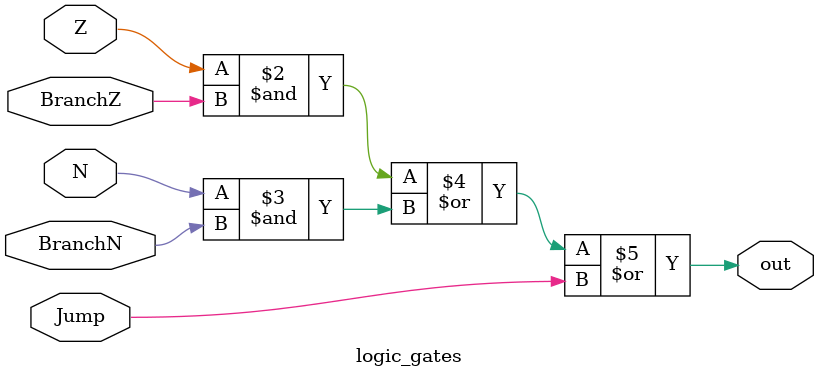
<source format=v>
`timescale 1ns / 1ps


module logic_gates(Jump, N, Z, BranchN, BranchZ, out);
    input Jump, N, Z, BranchN, BranchZ;
    output reg out;

    always@ (*) begin
	   out = (Z & BranchZ) | (N & BranchN) | Jump;
	end
endmodule
</source>
